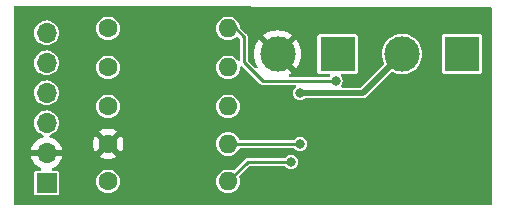
<source format=gbr>
%TF.GenerationSoftware,KiCad,Pcbnew,7.0.9*%
%TF.CreationDate,2025-02-03T19:38:26-05:00*%
%TF.ProjectId,squircuit_relay_prototyping,73717569-7263-4756-9974-5f72656c6179,rev?*%
%TF.SameCoordinates,Original*%
%TF.FileFunction,Copper,L2,Bot*%
%TF.FilePolarity,Positive*%
%FSLAX46Y46*%
G04 Gerber Fmt 4.6, Leading zero omitted, Abs format (unit mm)*
G04 Created by KiCad (PCBNEW 7.0.9) date 2025-02-03 19:38:26*
%MOMM*%
%LPD*%
G01*
G04 APERTURE LIST*
%TA.AperFunction,ComponentPad*%
%ADD10R,1.700000X1.700000*%
%TD*%
%TA.AperFunction,ComponentPad*%
%ADD11O,1.700000X1.700000*%
%TD*%
%TA.AperFunction,ComponentPad*%
%ADD12R,3.000000X3.000000*%
%TD*%
%TA.AperFunction,ComponentPad*%
%ADD13C,3.000000*%
%TD*%
%TA.AperFunction,ComponentPad*%
%ADD14C,1.600000*%
%TD*%
%TA.AperFunction,ComponentPad*%
%ADD15O,1.600000X1.600000*%
%TD*%
%TA.AperFunction,ViaPad*%
%ADD16C,0.800000*%
%TD*%
%TA.AperFunction,Conductor*%
%ADD17C,0.500000*%
%TD*%
%TA.AperFunction,Conductor*%
%ADD18C,0.250000*%
%TD*%
G04 APERTURE END LIST*
D10*
%TO.P,J1,1,Pin_1*%
%TO.N,Net-(J1-Pin_1)*%
X26670000Y-27686000D03*
D11*
%TO.P,J1,2,Pin_2*%
%TO.N,GND*%
X26670000Y-25146000D03*
%TO.P,J1,3,Pin_3*%
%TO.N,Net-(J1-Pin_3)*%
X26670000Y-22606000D03*
%TO.P,J1,4,Pin_4*%
%TO.N,Net-(J1-Pin_4)*%
X26670000Y-20066000D03*
%TO.P,J1,5,Pin_5*%
%TO.N,Net-(J1-Pin_5)*%
X26670000Y-17526000D03*
%TO.P,J1,6,Pin_6*%
%TO.N,unconnected-(J1-Pin_6-Pad6)*%
X26670000Y-14986000D03*
%TD*%
D12*
%TO.P,J3,1,Pin_1*%
%TO.N,/OUTB*%
X61849000Y-16764000D03*
D13*
%TO.P,J3,2,Pin_2*%
%TO.N,/OUTA*%
X56769000Y-16764000D03*
%TD*%
D12*
%TO.P,J2,1,Pin_1*%
%TO.N,/VCC*%
X51308000Y-16764000D03*
D13*
%TO.P,J2,2,Pin_2*%
%TO.N,GND*%
X46228000Y-16764000D03*
%TD*%
D14*
%TO.P,R2,1*%
%TO.N,Net-(J1-Pin_3)*%
X31877000Y-21209000D03*
D15*
%TO.P,R2,2*%
%TO.N,/INB*%
X42037000Y-21209000D03*
%TD*%
D14*
%TO.P,R4,1*%
%TO.N,Net-(J1-Pin_5)*%
X31877000Y-14605000D03*
D15*
%TO.P,R4,2*%
%TO.N,/PWM*%
X42037000Y-14605000D03*
%TD*%
D14*
%TO.P,R3,1*%
%TO.N,Net-(J1-Pin_4)*%
X31877000Y-17907000D03*
D15*
%TO.P,R3,2*%
%TO.N,/SEL0*%
X42037000Y-17907000D03*
%TD*%
D14*
%TO.P,R1,1*%
%TO.N,Net-(J1-Pin_1)*%
X31877000Y-27559000D03*
D15*
%TO.P,R1,2*%
%TO.N,/INA*%
X42037000Y-27559000D03*
%TD*%
D14*
%TO.P,R5,1*%
%TO.N,GND*%
X31877000Y-24384000D03*
D15*
%TO.P,R5,2*%
%TO.N,/CS*%
X42037000Y-24384000D03*
%TD*%
D16*
%TO.N,GND*%
X56592000Y-26075750D03*
X33732000Y-20995750D03*
X33732000Y-23535750D03*
X36272000Y-15915750D03*
X43892000Y-20995750D03*
X61672000Y-20995750D03*
X33732000Y-15915750D03*
X36272000Y-23535750D03*
X59132000Y-23535750D03*
X59132000Y-26075750D03*
X33732000Y-26075750D03*
X28652000Y-28615750D03*
X48972000Y-15915750D03*
X33732000Y-28615750D03*
X38812000Y-20995750D03*
X61672000Y-23535750D03*
X36272000Y-28615750D03*
X54052000Y-15915750D03*
X59132000Y-28615750D03*
X38812000Y-18455750D03*
X28652000Y-26075750D03*
X56592000Y-28615750D03*
X38812000Y-26075750D03*
X38812000Y-28615750D03*
X36272000Y-26075750D03*
X54052000Y-20995750D03*
X38812000Y-15915750D03*
X36272000Y-18455750D03*
X43892000Y-23535750D03*
X61672000Y-28615750D03*
X33732000Y-18455750D03*
X38812000Y-23535750D03*
X31192000Y-26075750D03*
X59132000Y-15915750D03*
X36272000Y-20995750D03*
X28652000Y-23535750D03*
X61672000Y-26075750D03*
%TO.N,/OUTA*%
X48137766Y-20066000D03*
%TO.N,/INA*%
X47371000Y-25908000D03*
%TO.N,/PWM*%
X51141500Y-19050000D03*
%TO.N,/CS*%
X48133000Y-24384000D03*
%TD*%
D17*
%TO.N,/OUTA*%
X48137766Y-20066000D02*
X53467000Y-20066000D01*
X53467000Y-20066000D02*
X56769000Y-16764000D01*
D18*
%TO.N,/INA*%
X47371000Y-25908000D02*
X47117000Y-25908000D01*
X42037000Y-27559000D02*
X43688000Y-25908000D01*
X43815000Y-25908000D02*
X47371000Y-25908000D01*
X43688000Y-25908000D02*
X43815000Y-25908000D01*
%TO.N,/PWM*%
X44958000Y-19050000D02*
X43370500Y-17462500D01*
X43370500Y-15303500D02*
X42672000Y-14605000D01*
X42672000Y-14605000D02*
X42037000Y-14605000D01*
X43370500Y-17462500D02*
X43370500Y-15303500D01*
X44958000Y-19050000D02*
X51141500Y-19050000D01*
%TO.N,/CS*%
X42037000Y-24384000D02*
X48133000Y-24384000D01*
%TD*%
%TA.AperFunction,Conductor*%
%TO.N,GND*%
G36*
X64265390Y-12826612D02*
G01*
X64332366Y-12846506D01*
X64377955Y-12899453D01*
X64389000Y-12950611D01*
X64389000Y-29467000D01*
X64369315Y-29534039D01*
X64316511Y-29579794D01*
X64265000Y-29591000D01*
X24000000Y-29591000D01*
X23932961Y-29571315D01*
X23887206Y-29518511D01*
X23876000Y-29467000D01*
X23876000Y-25396000D01*
X25339364Y-25396000D01*
X25396567Y-25609486D01*
X25396570Y-25609492D01*
X25496399Y-25823578D01*
X25631894Y-26017082D01*
X25798917Y-26184105D01*
X25992421Y-26319600D01*
X26162948Y-26399118D01*
X26215387Y-26445290D01*
X26234539Y-26512484D01*
X26214323Y-26579365D01*
X26161158Y-26624700D01*
X26110543Y-26635500D01*
X25800247Y-26635500D01*
X25741770Y-26647131D01*
X25741769Y-26647132D01*
X25675447Y-26691447D01*
X25631132Y-26757769D01*
X25631131Y-26757770D01*
X25619500Y-26816247D01*
X25619500Y-28555752D01*
X25631131Y-28614229D01*
X25631132Y-28614230D01*
X25675447Y-28680552D01*
X25741769Y-28724867D01*
X25741770Y-28724868D01*
X25800247Y-28736499D01*
X25800250Y-28736500D01*
X25800252Y-28736500D01*
X27539750Y-28736500D01*
X27539751Y-28736499D01*
X27554568Y-28733552D01*
X27598229Y-28724868D01*
X27598229Y-28724867D01*
X27598231Y-28724867D01*
X27664552Y-28680552D01*
X27708867Y-28614231D01*
X27708867Y-28614229D01*
X27708868Y-28614229D01*
X27720499Y-28555752D01*
X27720500Y-28555750D01*
X27720500Y-27559000D01*
X30871659Y-27559000D01*
X30890975Y-27755129D01*
X30948188Y-27943733D01*
X31041086Y-28117532D01*
X31041090Y-28117539D01*
X31166116Y-28269883D01*
X31318460Y-28394909D01*
X31318467Y-28394913D01*
X31492266Y-28487811D01*
X31492269Y-28487811D01*
X31492273Y-28487814D01*
X31680868Y-28545024D01*
X31877000Y-28564341D01*
X32073132Y-28545024D01*
X32261727Y-28487814D01*
X32435538Y-28394910D01*
X32587883Y-28269883D01*
X32712910Y-28117538D01*
X32805814Y-27943727D01*
X32863024Y-27755132D01*
X32882341Y-27559000D01*
X41031659Y-27559000D01*
X41050975Y-27755129D01*
X41108188Y-27943733D01*
X41201086Y-28117532D01*
X41201090Y-28117539D01*
X41326116Y-28269883D01*
X41478460Y-28394909D01*
X41478467Y-28394913D01*
X41652266Y-28487811D01*
X41652269Y-28487811D01*
X41652273Y-28487814D01*
X41840868Y-28545024D01*
X42037000Y-28564341D01*
X42233132Y-28545024D01*
X42421727Y-28487814D01*
X42595538Y-28394910D01*
X42747883Y-28269883D01*
X42872910Y-28117538D01*
X42965814Y-27943727D01*
X43023024Y-27755132D01*
X43042341Y-27559000D01*
X43023024Y-27362868D01*
X42967892Y-27181126D01*
X42967270Y-27111262D01*
X42998873Y-27057452D01*
X43786507Y-26269819D01*
X43847830Y-26236334D01*
X43874188Y-26233500D01*
X46802701Y-26233500D01*
X46869740Y-26253185D01*
X46901077Y-26282014D01*
X46929917Y-26319600D01*
X46942718Y-26336282D01*
X47068159Y-26432536D01*
X47214238Y-26493044D01*
X47292619Y-26503363D01*
X47370999Y-26513682D01*
X47371000Y-26513682D01*
X47371001Y-26513682D01*
X47423254Y-26506802D01*
X47527762Y-26493044D01*
X47673841Y-26432536D01*
X47799282Y-26336282D01*
X47895536Y-26210841D01*
X47956044Y-26064762D01*
X47976682Y-25908000D01*
X47956044Y-25751238D01*
X47895536Y-25605159D01*
X47799282Y-25479718D01*
X47673841Y-25383464D01*
X47527762Y-25322956D01*
X47527760Y-25322955D01*
X47371001Y-25302318D01*
X47370999Y-25302318D01*
X47214239Y-25322955D01*
X47214237Y-25322956D01*
X47068160Y-25383463D01*
X46942716Y-25479719D01*
X46901077Y-25533986D01*
X46844649Y-25575189D01*
X46802701Y-25582500D01*
X43704922Y-25582500D01*
X43699518Y-25582264D01*
X43694107Y-25581790D01*
X43659192Y-25578735D01*
X43659191Y-25578735D01*
X43620091Y-25589212D01*
X43614811Y-25590383D01*
X43574959Y-25597410D01*
X43569961Y-25599229D01*
X43553117Y-25606206D01*
X43548313Y-25608446D01*
X43515166Y-25631656D01*
X43510606Y-25634562D01*
X43475548Y-25654804D01*
X43475540Y-25654810D01*
X43449523Y-25685815D01*
X43445869Y-25689804D01*
X42538546Y-26597126D01*
X42477223Y-26630611D01*
X42414870Y-26628106D01*
X42233130Y-26572975D01*
X42037000Y-26553659D01*
X41840870Y-26572975D01*
X41652266Y-26630188D01*
X41478467Y-26723086D01*
X41478460Y-26723090D01*
X41326116Y-26848116D01*
X41201090Y-27000460D01*
X41201086Y-27000467D01*
X41108188Y-27174266D01*
X41050975Y-27362870D01*
X41031659Y-27559000D01*
X32882341Y-27559000D01*
X32863024Y-27362868D01*
X32805814Y-27174273D01*
X32805811Y-27174269D01*
X32805811Y-27174266D01*
X32712913Y-27000467D01*
X32712909Y-27000460D01*
X32587883Y-26848116D01*
X32435539Y-26723090D01*
X32435532Y-26723086D01*
X32261733Y-26630188D01*
X32261727Y-26630186D01*
X32073132Y-26572976D01*
X32073129Y-26572975D01*
X31877000Y-26553659D01*
X31680870Y-26572975D01*
X31492266Y-26630188D01*
X31318467Y-26723086D01*
X31318460Y-26723090D01*
X31166116Y-26848116D01*
X31041090Y-27000460D01*
X31041086Y-27000467D01*
X30948188Y-27174266D01*
X30890975Y-27362870D01*
X30871659Y-27559000D01*
X27720500Y-27559000D01*
X27720500Y-26816249D01*
X27720499Y-26816247D01*
X27708868Y-26757770D01*
X27708867Y-26757769D01*
X27664552Y-26691447D01*
X27598230Y-26647132D01*
X27598229Y-26647131D01*
X27539752Y-26635500D01*
X27539748Y-26635500D01*
X27229457Y-26635500D01*
X27162418Y-26615815D01*
X27116663Y-26563011D01*
X27106719Y-26493853D01*
X27135744Y-26430297D01*
X27177052Y-26399118D01*
X27347578Y-26319600D01*
X27541082Y-26184105D01*
X27708105Y-26017082D01*
X27843600Y-25823578D01*
X27943429Y-25609492D01*
X27943432Y-25609486D01*
X28000636Y-25396000D01*
X27103686Y-25396000D01*
X27129493Y-25355844D01*
X27170000Y-25217889D01*
X27170000Y-25074111D01*
X27129493Y-24936156D01*
X27103686Y-24896000D01*
X28000636Y-24896000D01*
X28000635Y-24895999D01*
X27943432Y-24682513D01*
X27943429Y-24682507D01*
X27843600Y-24468422D01*
X27843599Y-24468420D01*
X27784489Y-24384002D01*
X30572034Y-24384002D01*
X30591858Y-24610599D01*
X30591860Y-24610610D01*
X30650730Y-24830317D01*
X30650734Y-24830326D01*
X30746865Y-25036481D01*
X30746866Y-25036483D01*
X30797973Y-25109471D01*
X30797974Y-25109472D01*
X31479046Y-24428399D01*
X31491835Y-24509148D01*
X31549359Y-24622045D01*
X31638955Y-24711641D01*
X31751852Y-24769165D01*
X31832599Y-24781953D01*
X31151526Y-25463025D01*
X31151526Y-25463026D01*
X31224512Y-25514131D01*
X31224516Y-25514133D01*
X31430673Y-25610265D01*
X31430682Y-25610269D01*
X31650389Y-25669139D01*
X31650400Y-25669141D01*
X31876998Y-25688966D01*
X31877002Y-25688966D01*
X32103599Y-25669141D01*
X32103610Y-25669139D01*
X32323317Y-25610269D01*
X32323331Y-25610264D01*
X32529478Y-25514136D01*
X32602472Y-25463025D01*
X31921401Y-24781953D01*
X32002148Y-24769165D01*
X32115045Y-24711641D01*
X32204641Y-24622045D01*
X32262165Y-24509148D01*
X32274953Y-24428400D01*
X32956025Y-25109472D01*
X33007136Y-25036478D01*
X33103264Y-24830331D01*
X33103269Y-24830317D01*
X33162139Y-24610610D01*
X33162141Y-24610599D01*
X33181966Y-24384002D01*
X33181966Y-24384000D01*
X41031659Y-24384000D01*
X41050975Y-24580129D01*
X41050976Y-24580132D01*
X41098729Y-24737553D01*
X41108188Y-24768733D01*
X41201086Y-24942532D01*
X41201090Y-24942539D01*
X41326116Y-25094883D01*
X41478460Y-25219909D01*
X41478467Y-25219913D01*
X41652266Y-25312811D01*
X41652269Y-25312811D01*
X41652273Y-25312814D01*
X41840868Y-25370024D01*
X42037000Y-25389341D01*
X42233132Y-25370024D01*
X42421727Y-25312814D01*
X42595538Y-25219910D01*
X42747883Y-25094883D01*
X42872910Y-24942538D01*
X42872910Y-24942536D01*
X42872914Y-24942532D01*
X42962437Y-24775047D01*
X43011399Y-24725202D01*
X43071795Y-24709500D01*
X47564701Y-24709500D01*
X47631740Y-24729185D01*
X47663077Y-24758014D01*
X47683016Y-24784000D01*
X47704718Y-24812282D01*
X47830159Y-24908536D01*
X47976238Y-24969044D01*
X48054619Y-24979363D01*
X48132999Y-24989682D01*
X48133000Y-24989682D01*
X48133001Y-24989682D01*
X48185254Y-24982802D01*
X48289762Y-24969044D01*
X48435841Y-24908536D01*
X48561282Y-24812282D01*
X48657536Y-24686841D01*
X48718044Y-24540762D01*
X48738682Y-24384000D01*
X48718044Y-24227238D01*
X48657536Y-24081159D01*
X48561282Y-23955718D01*
X48435841Y-23859464D01*
X48352577Y-23824975D01*
X48289762Y-23798956D01*
X48289760Y-23798955D01*
X48133001Y-23778318D01*
X48132999Y-23778318D01*
X47976239Y-23798955D01*
X47976237Y-23798956D01*
X47830160Y-23859463D01*
X47704716Y-23955719D01*
X47663077Y-24009986D01*
X47606649Y-24051189D01*
X47564701Y-24058500D01*
X43071795Y-24058500D01*
X43004756Y-24038815D01*
X42962437Y-23992953D01*
X42872914Y-23825467D01*
X42872909Y-23825460D01*
X42747883Y-23673116D01*
X42595539Y-23548090D01*
X42595532Y-23548086D01*
X42421733Y-23455188D01*
X42421727Y-23455186D01*
X42233132Y-23397976D01*
X42233129Y-23397975D01*
X42037000Y-23378659D01*
X41840870Y-23397975D01*
X41652266Y-23455188D01*
X41478467Y-23548086D01*
X41478460Y-23548090D01*
X41326116Y-23673116D01*
X41201090Y-23825460D01*
X41201086Y-23825467D01*
X41108188Y-23999266D01*
X41050975Y-24187870D01*
X41031659Y-24384000D01*
X33181966Y-24384000D01*
X33181966Y-24383997D01*
X33162141Y-24157400D01*
X33162139Y-24157389D01*
X33103269Y-23937682D01*
X33103265Y-23937673D01*
X33007133Y-23731516D01*
X33007131Y-23731512D01*
X32956026Y-23658526D01*
X32956025Y-23658526D01*
X32274953Y-24339598D01*
X32262165Y-24258852D01*
X32204641Y-24145955D01*
X32115045Y-24056359D01*
X32002148Y-23998835D01*
X31921400Y-23986046D01*
X32602472Y-23304974D01*
X32602471Y-23304973D01*
X32529483Y-23253866D01*
X32529481Y-23253865D01*
X32323326Y-23157734D01*
X32323317Y-23157730D01*
X32103610Y-23098860D01*
X32103599Y-23098858D01*
X31877002Y-23079034D01*
X31876998Y-23079034D01*
X31650400Y-23098858D01*
X31650389Y-23098860D01*
X31430682Y-23157730D01*
X31430673Y-23157734D01*
X31224513Y-23253868D01*
X31151527Y-23304972D01*
X31151526Y-23304973D01*
X31832600Y-23986046D01*
X31751852Y-23998835D01*
X31638955Y-24056359D01*
X31549359Y-24145955D01*
X31491835Y-24258852D01*
X31479046Y-24339599D01*
X30797973Y-23658526D01*
X30797972Y-23658527D01*
X30746868Y-23731513D01*
X30650734Y-23937673D01*
X30650730Y-23937682D01*
X30591860Y-24157389D01*
X30591858Y-24157400D01*
X30572034Y-24383997D01*
X30572034Y-24384002D01*
X27784489Y-24384002D01*
X27708113Y-24274926D01*
X27708108Y-24274920D01*
X27541082Y-24107894D01*
X27347578Y-23972399D01*
X27133492Y-23872570D01*
X27133486Y-23872567D01*
X27011349Y-23839841D01*
X26951689Y-23803476D01*
X26921160Y-23740629D01*
X26929455Y-23671253D01*
X26973940Y-23617375D01*
X27007444Y-23601407D01*
X27073954Y-23581232D01*
X27256450Y-23483685D01*
X27416410Y-23352410D01*
X27547685Y-23192450D01*
X27645232Y-23009954D01*
X27705300Y-22811934D01*
X27725583Y-22606000D01*
X27705300Y-22400066D01*
X27645232Y-22202046D01*
X27547685Y-22019550D01*
X27465891Y-21919883D01*
X27416410Y-21859589D01*
X27256452Y-21728317D01*
X27256453Y-21728317D01*
X27256450Y-21728315D01*
X27073954Y-21630768D01*
X26875934Y-21570700D01*
X26875932Y-21570699D01*
X26875934Y-21570699D01*
X26670000Y-21550417D01*
X26464067Y-21570699D01*
X26266043Y-21630769D01*
X26155898Y-21689643D01*
X26083550Y-21728315D01*
X26083548Y-21728316D01*
X26083547Y-21728317D01*
X25923589Y-21859589D01*
X25792317Y-22019547D01*
X25694769Y-22202043D01*
X25634699Y-22400067D01*
X25614417Y-22606000D01*
X25634699Y-22811932D01*
X25634700Y-22811934D01*
X25694768Y-23009954D01*
X25792315Y-23192450D01*
X25792317Y-23192452D01*
X25923589Y-23352410D01*
X26020209Y-23431702D01*
X26083550Y-23483685D01*
X26266046Y-23581232D01*
X26332551Y-23601405D01*
X26390989Y-23639702D01*
X26419446Y-23703514D01*
X26408887Y-23772581D01*
X26362663Y-23824975D01*
X26328650Y-23839841D01*
X26206514Y-23872567D01*
X26206507Y-23872570D01*
X25992422Y-23972399D01*
X25992420Y-23972400D01*
X25798926Y-24107886D01*
X25798920Y-24107891D01*
X25631891Y-24274920D01*
X25631886Y-24274926D01*
X25496400Y-24468420D01*
X25496399Y-24468422D01*
X25396570Y-24682507D01*
X25396567Y-24682513D01*
X25339364Y-24895999D01*
X25339364Y-24896000D01*
X26236314Y-24896000D01*
X26210507Y-24936156D01*
X26170000Y-25074111D01*
X26170000Y-25217889D01*
X26210507Y-25355844D01*
X26236314Y-25396000D01*
X25339364Y-25396000D01*
X23876000Y-25396000D01*
X23876000Y-21209000D01*
X30871659Y-21209000D01*
X30890975Y-21405129D01*
X30890976Y-21405132D01*
X30941200Y-21570699D01*
X30948188Y-21593733D01*
X31041086Y-21767532D01*
X31041090Y-21767539D01*
X31166116Y-21919883D01*
X31318460Y-22044909D01*
X31318467Y-22044913D01*
X31492266Y-22137811D01*
X31492269Y-22137811D01*
X31492273Y-22137814D01*
X31680868Y-22195024D01*
X31877000Y-22214341D01*
X32073132Y-22195024D01*
X32261727Y-22137814D01*
X32435538Y-22044910D01*
X32587883Y-21919883D01*
X32712910Y-21767538D01*
X32805814Y-21593727D01*
X32863024Y-21405132D01*
X32882341Y-21209000D01*
X41031659Y-21209000D01*
X41050975Y-21405129D01*
X41050976Y-21405132D01*
X41101200Y-21570699D01*
X41108188Y-21593733D01*
X41201086Y-21767532D01*
X41201090Y-21767539D01*
X41326116Y-21919883D01*
X41478460Y-22044909D01*
X41478467Y-22044913D01*
X41652266Y-22137811D01*
X41652269Y-22137811D01*
X41652273Y-22137814D01*
X41840868Y-22195024D01*
X42037000Y-22214341D01*
X42233132Y-22195024D01*
X42421727Y-22137814D01*
X42595538Y-22044910D01*
X42747883Y-21919883D01*
X42872910Y-21767538D01*
X42965814Y-21593727D01*
X43023024Y-21405132D01*
X43042341Y-21209000D01*
X43023024Y-21012868D01*
X42965814Y-20824273D01*
X42965811Y-20824269D01*
X42965811Y-20824266D01*
X42872913Y-20650467D01*
X42872909Y-20650460D01*
X42747883Y-20498116D01*
X42595539Y-20373090D01*
X42595532Y-20373086D01*
X42421733Y-20280188D01*
X42421727Y-20280186D01*
X42233132Y-20222976D01*
X42233129Y-20222975D01*
X42037000Y-20203659D01*
X41840870Y-20222975D01*
X41652266Y-20280188D01*
X41478467Y-20373086D01*
X41478460Y-20373090D01*
X41326116Y-20498116D01*
X41201090Y-20650460D01*
X41201086Y-20650467D01*
X41108188Y-20824266D01*
X41050975Y-21012870D01*
X41031659Y-21209000D01*
X32882341Y-21209000D01*
X32863024Y-21012868D01*
X32805814Y-20824273D01*
X32805811Y-20824269D01*
X32805811Y-20824266D01*
X32712913Y-20650467D01*
X32712909Y-20650460D01*
X32587883Y-20498116D01*
X32435539Y-20373090D01*
X32435532Y-20373086D01*
X32261733Y-20280188D01*
X32261727Y-20280186D01*
X32073132Y-20222976D01*
X32073129Y-20222975D01*
X31877000Y-20203659D01*
X31680870Y-20222975D01*
X31492266Y-20280188D01*
X31318467Y-20373086D01*
X31318460Y-20373090D01*
X31166116Y-20498116D01*
X31041090Y-20650460D01*
X31041086Y-20650467D01*
X30948188Y-20824266D01*
X30890975Y-21012870D01*
X30871659Y-21209000D01*
X23876000Y-21209000D01*
X23876000Y-20066000D01*
X25614417Y-20066000D01*
X25634699Y-20271932D01*
X25652637Y-20331066D01*
X25694768Y-20469954D01*
X25792315Y-20652450D01*
X25792317Y-20652452D01*
X25923589Y-20812410D01*
X26020209Y-20891702D01*
X26083550Y-20943685D01*
X26266046Y-21041232D01*
X26464066Y-21101300D01*
X26464065Y-21101300D01*
X26482529Y-21103118D01*
X26670000Y-21121583D01*
X26875934Y-21101300D01*
X27073954Y-21041232D01*
X27256450Y-20943685D01*
X27416410Y-20812410D01*
X27547685Y-20652450D01*
X27645232Y-20469954D01*
X27705300Y-20271934D01*
X27725583Y-20066000D01*
X27705300Y-19860066D01*
X27645232Y-19662046D01*
X27547685Y-19479550D01*
X27450056Y-19360588D01*
X27416410Y-19319589D01*
X27256452Y-19188317D01*
X27256453Y-19188317D01*
X27256450Y-19188315D01*
X27073954Y-19090768D01*
X26875934Y-19030700D01*
X26875932Y-19030699D01*
X26875934Y-19030699D01*
X26670000Y-19010417D01*
X26464067Y-19030699D01*
X26266043Y-19090769D01*
X26155898Y-19149643D01*
X26083550Y-19188315D01*
X26083548Y-19188316D01*
X26083547Y-19188317D01*
X25923589Y-19319589D01*
X25792317Y-19479547D01*
X25792315Y-19479550D01*
X25772219Y-19517147D01*
X25694769Y-19662043D01*
X25634699Y-19860067D01*
X25614417Y-20066000D01*
X23876000Y-20066000D01*
X23876000Y-17526000D01*
X25614417Y-17526000D01*
X25634699Y-17731932D01*
X25634700Y-17731934D01*
X25694768Y-17929954D01*
X25792315Y-18112450D01*
X25792317Y-18112452D01*
X25923589Y-18272410D01*
X26019824Y-18351387D01*
X26083550Y-18403685D01*
X26266046Y-18501232D01*
X26464066Y-18561300D01*
X26464065Y-18561300D01*
X26482529Y-18563118D01*
X26670000Y-18581583D01*
X26875934Y-18561300D01*
X27073954Y-18501232D01*
X27256450Y-18403685D01*
X27416410Y-18272410D01*
X27547685Y-18112450D01*
X27645232Y-17929954D01*
X27652195Y-17907000D01*
X30871659Y-17907000D01*
X30890975Y-18103129D01*
X30890976Y-18103132D01*
X30944240Y-18278720D01*
X30948188Y-18291733D01*
X31041086Y-18465532D01*
X31041090Y-18465539D01*
X31166116Y-18617883D01*
X31318460Y-18742909D01*
X31318467Y-18742913D01*
X31492266Y-18835811D01*
X31492269Y-18835811D01*
X31492273Y-18835814D01*
X31680868Y-18893024D01*
X31877000Y-18912341D01*
X32073132Y-18893024D01*
X32261727Y-18835814D01*
X32435538Y-18742910D01*
X32587883Y-18617883D01*
X32712910Y-18465538D01*
X32773925Y-18351387D01*
X32805811Y-18291733D01*
X32805811Y-18291732D01*
X32805814Y-18291727D01*
X32863024Y-18103132D01*
X32882341Y-17907000D01*
X41031659Y-17907000D01*
X41050975Y-18103129D01*
X41050976Y-18103132D01*
X41104240Y-18278720D01*
X41108188Y-18291733D01*
X41201086Y-18465532D01*
X41201090Y-18465539D01*
X41326116Y-18617883D01*
X41478460Y-18742909D01*
X41478467Y-18742913D01*
X41652266Y-18835811D01*
X41652269Y-18835811D01*
X41652273Y-18835814D01*
X41840868Y-18893024D01*
X42037000Y-18912341D01*
X42233132Y-18893024D01*
X42421727Y-18835814D01*
X42595538Y-18742910D01*
X42747883Y-18617883D01*
X42872910Y-18465538D01*
X42933925Y-18351387D01*
X42965811Y-18291733D01*
X42965811Y-18291732D01*
X42965814Y-18291727D01*
X43023024Y-18103132D01*
X43042341Y-17907000D01*
X43042187Y-17905437D01*
X43042341Y-17904625D01*
X43042341Y-17900908D01*
X43043046Y-17900908D01*
X43055202Y-17836791D01*
X43103264Y-17786078D01*
X43171114Y-17769400D01*
X43237210Y-17792052D01*
X43253270Y-17805596D01*
X44715863Y-19268189D01*
X44719518Y-19272178D01*
X44745541Y-19303190D01*
X44745543Y-19303191D01*
X44745545Y-19303194D01*
X44745547Y-19303195D01*
X44745548Y-19303196D01*
X44780599Y-19323433D01*
X44785162Y-19326339D01*
X44818316Y-19349554D01*
X44818319Y-19349554D01*
X44823176Y-19351820D01*
X44839933Y-19358760D01*
X44844950Y-19360586D01*
X44844952Y-19360586D01*
X44844955Y-19360588D01*
X44884818Y-19367616D01*
X44890076Y-19368782D01*
X44929193Y-19379264D01*
X44969518Y-19375735D01*
X44974922Y-19375500D01*
X47685921Y-19375500D01*
X47752960Y-19395185D01*
X47798715Y-19447989D01*
X47808659Y-19517147D01*
X47779634Y-19580703D01*
X47761411Y-19597872D01*
X47709484Y-19637718D01*
X47613229Y-19763160D01*
X47552722Y-19909237D01*
X47552721Y-19909239D01*
X47532084Y-20065998D01*
X47532084Y-20066001D01*
X47552721Y-20222760D01*
X47552722Y-20222762D01*
X47605448Y-20350055D01*
X47613230Y-20368841D01*
X47709484Y-20494282D01*
X47834925Y-20590536D01*
X47981004Y-20651044D01*
X48059385Y-20661363D01*
X48137765Y-20671682D01*
X48137766Y-20671682D01*
X48137767Y-20671682D01*
X48190020Y-20664802D01*
X48294528Y-20651044D01*
X48440607Y-20590536D01*
X48503699Y-20542123D01*
X48568868Y-20516930D01*
X48579185Y-20516500D01*
X53438217Y-20516500D01*
X53445155Y-20516889D01*
X53477050Y-20520483D01*
X53484034Y-20521270D01*
X53484034Y-20521269D01*
X53484035Y-20521270D01*
X53542479Y-20510211D01*
X53601287Y-20501348D01*
X53601290Y-20501346D01*
X53609447Y-20498830D01*
X53617469Y-20496023D01*
X53617472Y-20496023D01*
X53670072Y-20468222D01*
X53723642Y-20442425D01*
X53723642Y-20442424D01*
X53723644Y-20442424D01*
X53730695Y-20437616D01*
X53737538Y-20432566D01*
X53779599Y-20390504D01*
X53798367Y-20373090D01*
X53823194Y-20350055D01*
X53823196Y-20350050D01*
X53828987Y-20342790D01*
X53829643Y-20343313D01*
X53839032Y-20331070D01*
X55862882Y-18307219D01*
X55924203Y-18273736D01*
X55993895Y-18278720D01*
X56004362Y-18283182D01*
X56022119Y-18291733D01*
X56145992Y-18351387D01*
X56145993Y-18351387D01*
X56145996Y-18351389D01*
X56389542Y-18426513D01*
X56641565Y-18464500D01*
X56896435Y-18464500D01*
X57148458Y-18426513D01*
X57392004Y-18351389D01*
X57532453Y-18283752D01*
X60148500Y-18283752D01*
X60160131Y-18342229D01*
X60160132Y-18342230D01*
X60204447Y-18408552D01*
X60270769Y-18452867D01*
X60270770Y-18452868D01*
X60329247Y-18464499D01*
X60329250Y-18464500D01*
X60329252Y-18464500D01*
X63368750Y-18464500D01*
X63368751Y-18464499D01*
X63383568Y-18461552D01*
X63427229Y-18452868D01*
X63427229Y-18452867D01*
X63427231Y-18452867D01*
X63493552Y-18408552D01*
X63537867Y-18342231D01*
X63537867Y-18342229D01*
X63537868Y-18342229D01*
X63549499Y-18283752D01*
X63549500Y-18283750D01*
X63549500Y-15244249D01*
X63549499Y-15244247D01*
X63537868Y-15185770D01*
X63537867Y-15185769D01*
X63493552Y-15119447D01*
X63427230Y-15075132D01*
X63427229Y-15075131D01*
X63368752Y-15063500D01*
X63368748Y-15063500D01*
X60329252Y-15063500D01*
X60329247Y-15063500D01*
X60270770Y-15075131D01*
X60270769Y-15075132D01*
X60204447Y-15119447D01*
X60160132Y-15185769D01*
X60160131Y-15185770D01*
X60148500Y-15244247D01*
X60148500Y-18283752D01*
X57532453Y-18283752D01*
X57573458Y-18264005D01*
X57621626Y-18240809D01*
X57621626Y-18240808D01*
X57621634Y-18240805D01*
X57832217Y-18097232D01*
X58019050Y-17923877D01*
X58177959Y-17724612D01*
X58305393Y-17503888D01*
X58398508Y-17266637D01*
X58455222Y-17018157D01*
X58474268Y-16764000D01*
X58455222Y-16509843D01*
X58398508Y-16261363D01*
X58305393Y-16024112D01*
X58177959Y-15803388D01*
X58019050Y-15604123D01*
X57832217Y-15430768D01*
X57621634Y-15287195D01*
X57621630Y-15287193D01*
X57621627Y-15287191D01*
X57621626Y-15287190D01*
X57392006Y-15176612D01*
X57392008Y-15176612D01*
X57148466Y-15101489D01*
X57148462Y-15101488D01*
X57148458Y-15101487D01*
X57027231Y-15083214D01*
X56896440Y-15063500D01*
X56896435Y-15063500D01*
X56641565Y-15063500D01*
X56641559Y-15063500D01*
X56484609Y-15087157D01*
X56389542Y-15101487D01*
X56389539Y-15101488D01*
X56389533Y-15101489D01*
X56145992Y-15176612D01*
X55916373Y-15287190D01*
X55916372Y-15287191D01*
X55916366Y-15287194D01*
X55916366Y-15287195D01*
X55891639Y-15304053D01*
X55705782Y-15430768D01*
X55518952Y-15604121D01*
X55518950Y-15604123D01*
X55360041Y-15803388D01*
X55232608Y-16024109D01*
X55139492Y-16261362D01*
X55139490Y-16261369D01*
X55082777Y-16509845D01*
X55063732Y-16763995D01*
X55063732Y-16764004D01*
X55082777Y-17018154D01*
X55129059Y-17220930D01*
X55139492Y-17266637D01*
X55232607Y-17503888D01*
X55235298Y-17508549D01*
X55243379Y-17522546D01*
X55259849Y-17590447D01*
X55236995Y-17656473D01*
X55223671Y-17672224D01*
X53316716Y-19579181D01*
X53255393Y-19612666D01*
X53229035Y-19615500D01*
X51715938Y-19615500D01*
X51648899Y-19595815D01*
X51603144Y-19543011D01*
X51593200Y-19473853D01*
X51617562Y-19416014D01*
X51654700Y-19367614D01*
X51666036Y-19352841D01*
X51726544Y-19206762D01*
X51747182Y-19050000D01*
X51726544Y-18893238D01*
X51666036Y-18747159D01*
X51602213Y-18663984D01*
X51577021Y-18598818D01*
X51591059Y-18530373D01*
X51639873Y-18480383D01*
X51700591Y-18464500D01*
X52827750Y-18464500D01*
X52827751Y-18464499D01*
X52842568Y-18461552D01*
X52886229Y-18452868D01*
X52886229Y-18452867D01*
X52886231Y-18452867D01*
X52952552Y-18408552D01*
X52996867Y-18342231D01*
X52996867Y-18342229D01*
X52996868Y-18342229D01*
X53008499Y-18283752D01*
X53008500Y-18283750D01*
X53008500Y-15244249D01*
X53008499Y-15244247D01*
X52996868Y-15185770D01*
X52996867Y-15185769D01*
X52952552Y-15119447D01*
X52886230Y-15075132D01*
X52886229Y-15075131D01*
X52827752Y-15063500D01*
X52827748Y-15063500D01*
X49788252Y-15063500D01*
X49788247Y-15063500D01*
X49729770Y-15075131D01*
X49729769Y-15075132D01*
X49663447Y-15119447D01*
X49619132Y-15185769D01*
X49619131Y-15185770D01*
X49607500Y-15244247D01*
X49607500Y-18283752D01*
X49619131Y-18342229D01*
X49619132Y-18342230D01*
X49663447Y-18408552D01*
X49729769Y-18452867D01*
X49729770Y-18452868D01*
X49788247Y-18464499D01*
X49788250Y-18464500D01*
X49788252Y-18464500D01*
X50582409Y-18464500D01*
X50649448Y-18484185D01*
X50695203Y-18536989D01*
X50705147Y-18606147D01*
X50680786Y-18663984D01*
X50671575Y-18675988D01*
X50615148Y-18717189D01*
X50573201Y-18724500D01*
X47296637Y-18724500D01*
X47229598Y-18704815D01*
X47183843Y-18652011D01*
X47173899Y-18582853D01*
X47202924Y-18519297D01*
X47237210Y-18491668D01*
X47312047Y-18450803D01*
X47454561Y-18344116D01*
X47454562Y-18344115D01*
X46561747Y-17451300D01*
X46571409Y-17447784D01*
X46719844Y-17350157D01*
X46841764Y-17220930D01*
X46913768Y-17096215D01*
X47808115Y-17990562D01*
X47808116Y-17990561D01*
X47914803Y-17848047D01*
X48051908Y-17596958D01*
X48151890Y-17328895D01*
X48212699Y-17049362D01*
X48233109Y-16764001D01*
X48233109Y-16763998D01*
X48212699Y-16478637D01*
X48151890Y-16199104D01*
X48051908Y-15931041D01*
X47914808Y-15679961D01*
X47914807Y-15679960D01*
X47808115Y-15537436D01*
X46912803Y-16432747D01*
X46890660Y-16381413D01*
X46784567Y-16238906D01*
X46648470Y-16124706D01*
X46558782Y-16079663D01*
X47454562Y-15183883D01*
X47454561Y-15183882D01*
X47312046Y-15077196D01*
X47312038Y-15077191D01*
X47060957Y-14940091D01*
X47060958Y-14940091D01*
X46792895Y-14840109D01*
X46513362Y-14779300D01*
X46228001Y-14758891D01*
X46227999Y-14758891D01*
X45942637Y-14779300D01*
X45663104Y-14840109D01*
X45395041Y-14940091D01*
X45143961Y-15077191D01*
X45143953Y-15077196D01*
X45001437Y-15183882D01*
X45001436Y-15183883D01*
X45894252Y-16076699D01*
X45884591Y-16080216D01*
X45736156Y-16177843D01*
X45614236Y-16307070D01*
X45542231Y-16431785D01*
X44647882Y-15537436D01*
X44541196Y-15679953D01*
X44541191Y-15679961D01*
X44404091Y-15931041D01*
X44304109Y-16199104D01*
X44243300Y-16478637D01*
X44222891Y-16763998D01*
X44222891Y-16764001D01*
X44243300Y-17049362D01*
X44304109Y-17328895D01*
X44404091Y-17596958D01*
X44518585Y-17806638D01*
X44533437Y-17874911D01*
X44509020Y-17940376D01*
X44453086Y-17982247D01*
X44383395Y-17987231D01*
X44322072Y-17953746D01*
X43732319Y-17363993D01*
X43698834Y-17302670D01*
X43696000Y-17276312D01*
X43696000Y-15320412D01*
X43696236Y-15315006D01*
X43696498Y-15312019D01*
X43699763Y-15274693D01*
X43699762Y-15274692D01*
X43699763Y-15274691D01*
X43689285Y-15235590D01*
X43688118Y-15230330D01*
X43681088Y-15190455D01*
X43681087Y-15190453D01*
X43679260Y-15185433D01*
X43672320Y-15168676D01*
X43670054Y-15163819D01*
X43670054Y-15163816D01*
X43646837Y-15130659D01*
X43643935Y-15126105D01*
X43623694Y-15091045D01*
X43592682Y-15065022D01*
X43588710Y-15061383D01*
X43063883Y-14536556D01*
X43030398Y-14475233D01*
X43028161Y-14461028D01*
X43023024Y-14408871D01*
X43023024Y-14408870D01*
X43023024Y-14408868D01*
X42965814Y-14220273D01*
X42965811Y-14220269D01*
X42965811Y-14220266D01*
X42872913Y-14046467D01*
X42872909Y-14046460D01*
X42747883Y-13894116D01*
X42595539Y-13769090D01*
X42595532Y-13769086D01*
X42421733Y-13676188D01*
X42421727Y-13676186D01*
X42233132Y-13618976D01*
X42233129Y-13618975D01*
X42037000Y-13599659D01*
X41840870Y-13618975D01*
X41652266Y-13676188D01*
X41478467Y-13769086D01*
X41478460Y-13769090D01*
X41326116Y-13894116D01*
X41201090Y-14046460D01*
X41201086Y-14046467D01*
X41108188Y-14220266D01*
X41050975Y-14408870D01*
X41031659Y-14605000D01*
X41050975Y-14801129D01*
X41050976Y-14801132D01*
X41107055Y-14986000D01*
X41108188Y-14989733D01*
X41201086Y-15163532D01*
X41201090Y-15163539D01*
X41326116Y-15315883D01*
X41478460Y-15440909D01*
X41478467Y-15440913D01*
X41652266Y-15533811D01*
X41652269Y-15533811D01*
X41652273Y-15533814D01*
X41840868Y-15591024D01*
X42037000Y-15610341D01*
X42233132Y-15591024D01*
X42421727Y-15533814D01*
X42595538Y-15440910D01*
X42657628Y-15389954D01*
X42752592Y-15312019D01*
X42753415Y-15313022D01*
X42808847Y-15282745D01*
X42878539Y-15287721D01*
X42922901Y-15316227D01*
X43008681Y-15402007D01*
X43042166Y-15463330D01*
X43045000Y-15489688D01*
X43045000Y-17211597D01*
X43025315Y-17278636D01*
X42972511Y-17324391D01*
X42903353Y-17334335D01*
X42839797Y-17305310D01*
X42825147Y-17290262D01*
X42747883Y-17196116D01*
X42595539Y-17071090D01*
X42595532Y-17071086D01*
X42421733Y-16978188D01*
X42421727Y-16978186D01*
X42233132Y-16920976D01*
X42233129Y-16920975D01*
X42037000Y-16901659D01*
X41840870Y-16920975D01*
X41652266Y-16978188D01*
X41478467Y-17071086D01*
X41478460Y-17071090D01*
X41326116Y-17196116D01*
X41201090Y-17348460D01*
X41201086Y-17348467D01*
X41108188Y-17522266D01*
X41050975Y-17710870D01*
X41031659Y-17907000D01*
X32882341Y-17907000D01*
X32863024Y-17710868D01*
X32805814Y-17522273D01*
X32805811Y-17522269D01*
X32805811Y-17522266D01*
X32712913Y-17348467D01*
X32712909Y-17348460D01*
X32587883Y-17196116D01*
X32435539Y-17071090D01*
X32435532Y-17071086D01*
X32261733Y-16978188D01*
X32261727Y-16978186D01*
X32073132Y-16920976D01*
X32073129Y-16920975D01*
X31877000Y-16901659D01*
X31680870Y-16920975D01*
X31492266Y-16978188D01*
X31318467Y-17071086D01*
X31318460Y-17071090D01*
X31166116Y-17196116D01*
X31041090Y-17348460D01*
X31041086Y-17348467D01*
X30948188Y-17522266D01*
X30890975Y-17710870D01*
X30871659Y-17907000D01*
X27652195Y-17907000D01*
X27705300Y-17731934D01*
X27725583Y-17526000D01*
X27705300Y-17320066D01*
X27645232Y-17122046D01*
X27547685Y-16939550D01*
X27495702Y-16876209D01*
X27416410Y-16779589D01*
X27256452Y-16648317D01*
X27256453Y-16648317D01*
X27256450Y-16648315D01*
X27073954Y-16550768D01*
X26875934Y-16490700D01*
X26875932Y-16490699D01*
X26875934Y-16490699D01*
X26670000Y-16470417D01*
X26464067Y-16490699D01*
X26266043Y-16550769D01*
X26155898Y-16609643D01*
X26083550Y-16648315D01*
X26083548Y-16648316D01*
X26083547Y-16648317D01*
X25923589Y-16779589D01*
X25807558Y-16920976D01*
X25792315Y-16939550D01*
X25768848Y-16983454D01*
X25694769Y-17122043D01*
X25634699Y-17320067D01*
X25614417Y-17526000D01*
X23876000Y-17526000D01*
X23876000Y-14986000D01*
X25614417Y-14986000D01*
X25634699Y-15191932D01*
X25647151Y-15232981D01*
X25694768Y-15389954D01*
X25792315Y-15572450D01*
X25792317Y-15572452D01*
X25923589Y-15732410D01*
X26010077Y-15803388D01*
X26083550Y-15863685D01*
X26266046Y-15961232D01*
X26464066Y-16021300D01*
X26464065Y-16021300D01*
X26482529Y-16023118D01*
X26670000Y-16041583D01*
X26875934Y-16021300D01*
X27073954Y-15961232D01*
X27256450Y-15863685D01*
X27416410Y-15732410D01*
X27547685Y-15572450D01*
X27645232Y-15389954D01*
X27705300Y-15191934D01*
X27725583Y-14986000D01*
X27705300Y-14780066D01*
X27652195Y-14605000D01*
X30871659Y-14605000D01*
X30890975Y-14801129D01*
X30890976Y-14801132D01*
X30947055Y-14986000D01*
X30948188Y-14989733D01*
X31041086Y-15163532D01*
X31041090Y-15163539D01*
X31166116Y-15315883D01*
X31318460Y-15440909D01*
X31318467Y-15440913D01*
X31492266Y-15533811D01*
X31492269Y-15533811D01*
X31492273Y-15533814D01*
X31680868Y-15591024D01*
X31877000Y-15610341D01*
X32073132Y-15591024D01*
X32261727Y-15533814D01*
X32435538Y-15440910D01*
X32587883Y-15315883D01*
X32712910Y-15163538D01*
X32765564Y-15065029D01*
X32805811Y-14989733D01*
X32805811Y-14989732D01*
X32805814Y-14989727D01*
X32863024Y-14801132D01*
X32882341Y-14605000D01*
X32863024Y-14408868D01*
X32805814Y-14220273D01*
X32805811Y-14220269D01*
X32805811Y-14220266D01*
X32712913Y-14046467D01*
X32712909Y-14046460D01*
X32587883Y-13894116D01*
X32435539Y-13769090D01*
X32435532Y-13769086D01*
X32261733Y-13676188D01*
X32261727Y-13676186D01*
X32073132Y-13618976D01*
X32073129Y-13618975D01*
X31877000Y-13599659D01*
X31680870Y-13618975D01*
X31492266Y-13676188D01*
X31318467Y-13769086D01*
X31318460Y-13769090D01*
X31166116Y-13894116D01*
X31041090Y-14046460D01*
X31041086Y-14046467D01*
X30948188Y-14220266D01*
X30890975Y-14408870D01*
X30871659Y-14605000D01*
X27652195Y-14605000D01*
X27645232Y-14582046D01*
X27547685Y-14399550D01*
X27495702Y-14336209D01*
X27416410Y-14239589D01*
X27256452Y-14108317D01*
X27256453Y-14108317D01*
X27256450Y-14108315D01*
X27073954Y-14010768D01*
X26875934Y-13950700D01*
X26875932Y-13950699D01*
X26875934Y-13950699D01*
X26670000Y-13930417D01*
X26464067Y-13950699D01*
X26266043Y-14010769D01*
X26199258Y-14046467D01*
X26083550Y-14108315D01*
X26083548Y-14108316D01*
X26083547Y-14108317D01*
X25923589Y-14239589D01*
X25792317Y-14399547D01*
X25792315Y-14399550D01*
X25787333Y-14408871D01*
X25694769Y-14582043D01*
X25634699Y-14780067D01*
X25614417Y-14986000D01*
X23876000Y-14986000D01*
X23876000Y-12824388D01*
X23895685Y-12757349D01*
X23948489Y-12711594D01*
X24000384Y-12700389D01*
X64265390Y-12826612D01*
G37*
%TD.AperFunction*%
%TD*%
M02*

</source>
